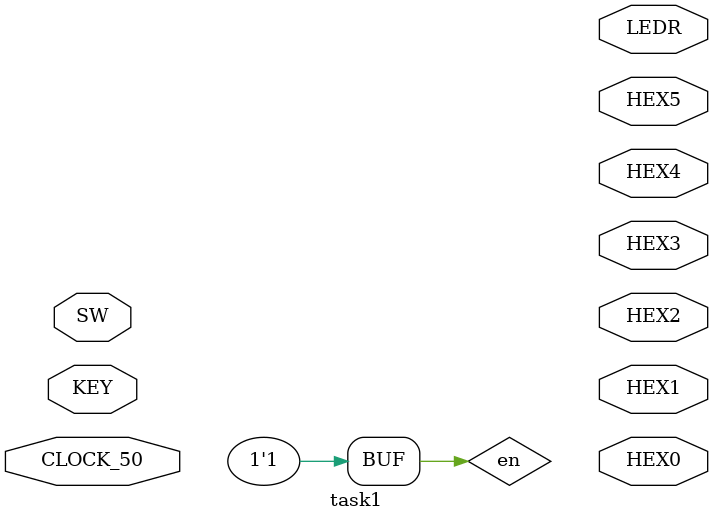
<source format=sv>
module task1(input logic CLOCK_50, input logic [3:0] KEY, input logic [9:0] SW,
             output logic [6:0] HEX0, output logic [6:0] HEX1, output logic [6:0] HEX2,
             output logic [6:0] HEX3, output logic [6:0] HEX4, output logic [6:0] HEX5,
             output logic [9:0] LEDR);
//inputs for init
wire en = 1'b1;
//outputs for init
wire rdy, wren;
wire [7:0] addr, wrdata;
//outputs for mem
wire [7:0] q;

    //instantiating s_mem
    s_mem s(addr, CLOCK_50, wrdata, wren, q);

    //instantiating init
    init i(CLOCK_50, KEY[3], en, rdy, addr, wrdata, wren);

endmodule: task1

</source>
